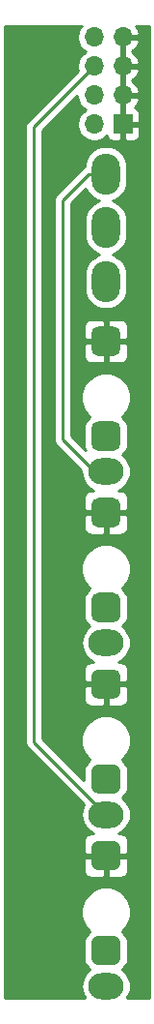
<source format=gbr>
%TF.GenerationSoftware,KiCad,Pcbnew,(5.1.12-1-10_14)*%
%TF.CreationDate,2021-12-28T18:28:33+00:00*%
%TF.ProjectId,pocket-operator-eurorack-connector-board,706f636b-6574-42d6-9f70-657261746f72,rev?*%
%TF.SameCoordinates,Original*%
%TF.FileFunction,Copper,L2,Bot*%
%TF.FilePolarity,Positive*%
%FSLAX46Y46*%
G04 Gerber Fmt 4.6, Leading zero omitted, Abs format (unit mm)*
G04 Created by KiCad (PCBNEW (5.1.12-1-10_14)) date 2021-12-28 18:28:33*
%MOMM*%
%LPD*%
G01*
G04 APERTURE LIST*
%TA.AperFunction,ComponentPad*%
%ADD10O,2.500000X3.600000*%
%TD*%
%TA.AperFunction,ComponentPad*%
%ADD11O,3.100000X2.300000*%
%TD*%
%TA.AperFunction,ComponentPad*%
%ADD12R,1.700000X1.700000*%
%TD*%
%TA.AperFunction,ComponentPad*%
%ADD13O,1.700000X1.700000*%
%TD*%
%TA.AperFunction,ViaPad*%
%ADD14C,0.800000*%
%TD*%
%TA.AperFunction,Conductor*%
%ADD15C,0.250000*%
%TD*%
%TA.AperFunction,Conductor*%
%ADD16C,0.254000*%
%TD*%
%TA.AperFunction,Conductor*%
%ADD17C,0.100000*%
%TD*%
G04 APERTURE END LIST*
D10*
%TO.P,SW1,3*%
%TO.N,Net-(SW1-Pad3)*%
X0Y-29338000D03*
%TO.P,SW1,2*%
%TO.N,/IN_L*%
X0Y-24638000D03*
%TO.P,SW1,1*%
%TO.N,Net-(J2-PadS)*%
X0Y-19938000D03*
%TD*%
%TO.P,J5,TN*%
%TO.N,Net-(J5-PadTN)*%
%TA.AperFunction,ComponentPad*%
G36*
G01*
X-1300000Y-88530000D02*
X-1300000Y-87230000D01*
G75*
G02*
X-650000Y-86580000I650000J0D01*
G01*
X650000Y-86580000D01*
G75*
G02*
X1300000Y-87230000I0J-650000D01*
G01*
X1300000Y-88530000D01*
G75*
G02*
X650000Y-89180000I-650000J0D01*
G01*
X-650000Y-89180000D01*
G75*
G02*
X-1300000Y-88530000I0J650000D01*
G01*
G37*
%TD.AperFunction*%
D11*
%TO.P,J5,S*%
%TO.N,/OUT_R*%
X0Y-90980000D03*
%TO.P,J5,T*%
%TO.N,GND*%
%TA.AperFunction,ComponentPad*%
G36*
G01*
X-1300000Y-80230000D02*
X-1300000Y-78930000D01*
G75*
G02*
X-650000Y-78280000I650000J0D01*
G01*
X650000Y-78280000D01*
G75*
G02*
X1300000Y-78930000I0J-650000D01*
G01*
X1300000Y-80230000D01*
G75*
G02*
X650000Y-80880000I-650000J0D01*
G01*
X-650000Y-80880000D01*
G75*
G02*
X-1300000Y-80230000I0J650000D01*
G01*
G37*
%TD.AperFunction*%
%TD*%
%TO.P,J4,TN*%
%TO.N,Net-(J4-PadTN)*%
%TA.AperFunction,ComponentPad*%
G36*
G01*
X-1300000Y-73530000D02*
X-1300000Y-72230000D01*
G75*
G02*
X-650000Y-71580000I650000J0D01*
G01*
X650000Y-71580000D01*
G75*
G02*
X1300000Y-72230000I0J-650000D01*
G01*
X1300000Y-73530000D01*
G75*
G02*
X650000Y-74180000I-650000J0D01*
G01*
X-650000Y-74180000D01*
G75*
G02*
X-1300000Y-73530000I0J650000D01*
G01*
G37*
%TD.AperFunction*%
%TO.P,J4,S*%
%TO.N,/OUT_L*%
X0Y-75980000D03*
%TO.P,J4,T*%
%TO.N,GND*%
%TA.AperFunction,ComponentPad*%
G36*
G01*
X-1300000Y-65230000D02*
X-1300000Y-63930000D01*
G75*
G02*
X-650000Y-63280000I650000J0D01*
G01*
X650000Y-63280000D01*
G75*
G02*
X1300000Y-63930000I0J-650000D01*
G01*
X1300000Y-65230000D01*
G75*
G02*
X650000Y-65880000I-650000J0D01*
G01*
X-650000Y-65880000D01*
G75*
G02*
X-1300000Y-65230000I0J650000D01*
G01*
G37*
%TD.AperFunction*%
%TD*%
%TO.P,J3,TN*%
%TO.N,Net-(J3-PadTN)*%
%TA.AperFunction,ComponentPad*%
G36*
G01*
X-1300000Y-58530000D02*
X-1300000Y-57230000D01*
G75*
G02*
X-650000Y-56580000I650000J0D01*
G01*
X650000Y-56580000D01*
G75*
G02*
X1300000Y-57230000I0J-650000D01*
G01*
X1300000Y-58530000D01*
G75*
G02*
X650000Y-59180000I-650000J0D01*
G01*
X-650000Y-59180000D01*
G75*
G02*
X-1300000Y-58530000I0J650000D01*
G01*
G37*
%TD.AperFunction*%
%TO.P,J3,S*%
%TO.N,/IN_R*%
X0Y-60980000D03*
%TO.P,J3,T*%
%TO.N,GND*%
%TA.AperFunction,ComponentPad*%
G36*
G01*
X-1300000Y-50230000D02*
X-1300000Y-48930000D01*
G75*
G02*
X-650000Y-48280000I650000J0D01*
G01*
X650000Y-48280000D01*
G75*
G02*
X1300000Y-48930000I0J-650000D01*
G01*
X1300000Y-50230000D01*
G75*
G02*
X650000Y-50880000I-650000J0D01*
G01*
X-650000Y-50880000D01*
G75*
G02*
X-1300000Y-50230000I0J650000D01*
G01*
G37*
%TD.AperFunction*%
%TD*%
D12*
%TO.P,J1,1*%
%TO.N,GND*%
X1510000Y-15600000D03*
D13*
%TO.P,J1,2*%
%TO.N,/IN_L*%
X-1030000Y-15600000D03*
%TO.P,J1,3*%
%TO.N,GND*%
X1510000Y-13060000D03*
%TO.P,J1,4*%
%TO.N,/IN_R*%
X-1030000Y-13060000D03*
%TO.P,J1,5*%
%TO.N,GND*%
X1510000Y-10520000D03*
%TO.P,J1,6*%
%TO.N,/OUT_L*%
X-1030000Y-10520000D03*
%TO.P,J1,7*%
%TO.N,GND*%
X1510000Y-7980000D03*
%TO.P,J1,8*%
%TO.N,/OUT_R*%
X-1030000Y-7980000D03*
%TD*%
%TO.P,J2,T*%
%TO.N,GND*%
%TA.AperFunction,ComponentPad*%
G36*
G01*
X-1300000Y-35230000D02*
X-1300000Y-33930000D01*
G75*
G02*
X-650000Y-33280000I650000J0D01*
G01*
X650000Y-33280000D01*
G75*
G02*
X1300000Y-33930000I0J-650000D01*
G01*
X1300000Y-35230000D01*
G75*
G02*
X650000Y-35880000I-650000J0D01*
G01*
X-650000Y-35880000D01*
G75*
G02*
X-1300000Y-35230000I0J650000D01*
G01*
G37*
%TD.AperFunction*%
D11*
%TO.P,J2,S*%
%TO.N,Net-(J2-PadS)*%
X0Y-45980000D03*
%TO.P,J2,TN*%
%TO.N,Net-(J2-PadTN)*%
%TA.AperFunction,ComponentPad*%
G36*
G01*
X-1300000Y-43530000D02*
X-1300000Y-42230000D01*
G75*
G02*
X-650000Y-41580000I650000J0D01*
G01*
X650000Y-41580000D01*
G75*
G02*
X1300000Y-42230000I0J-650000D01*
G01*
X1300000Y-43530000D01*
G75*
G02*
X650000Y-44180000I-650000J0D01*
G01*
X-650000Y-44180000D01*
G75*
G02*
X-1300000Y-43530000I0J650000D01*
G01*
G37*
%TD.AperFunction*%
%TD*%
D14*
%TO.N,GND*%
X-7620000Y-8890000D03*
X-5080000Y-8890000D03*
X-7620000Y-11430000D03*
X-2540000Y-27940000D03*
X-6350000Y-90170000D03*
X-5080000Y-82550000D03*
X-8255000Y-81280000D03*
X-8255000Y-76835000D03*
X-8255000Y-70485000D03*
X-8255000Y-65405000D03*
X-8255000Y-59690000D03*
X-8255000Y-54610000D03*
X-8255000Y-50165000D03*
X-8255000Y-44450000D03*
X-8255000Y-39370000D03*
X-8255000Y-32385000D03*
X-8255000Y-26670000D03*
X-8255000Y-21590000D03*
X-8255000Y-16510000D03*
%TD*%
D15*
%TO.N,/OUT_L*%
X-6350000Y-69630000D02*
X0Y-75980000D01*
X-6350000Y-15840000D02*
X-6350000Y-69630000D01*
X-1030000Y-10520000D02*
X-6350000Y-15840000D01*
%TO.N,Net-(J2-PadS)*%
X0Y-19938000D02*
X-1523000Y-19938000D01*
X-1523000Y-19938000D02*
X-3810000Y-22225000D01*
X-3810000Y-22225000D02*
X-3810000Y-43180000D01*
X-1010000Y-45980000D02*
X0Y-45980000D01*
X-3810000Y-43180000D02*
X-1010000Y-45980000D01*
%TD*%
D16*
%TO.N,GND*%
X-2183475Y-7033368D02*
X-2345990Y-7276589D01*
X-2457932Y-7546842D01*
X-2515000Y-7833740D01*
X-2515000Y-8126260D01*
X-2457932Y-8413158D01*
X-2345990Y-8683411D01*
X-2183475Y-8926632D01*
X-1976632Y-9133475D01*
X-1802240Y-9250000D01*
X-1976632Y-9366525D01*
X-2183475Y-9573368D01*
X-2345990Y-9816589D01*
X-2457932Y-10086842D01*
X-2515000Y-10373740D01*
X-2515000Y-10666260D01*
X-2471210Y-10886408D01*
X-6860997Y-15276196D01*
X-6890001Y-15299999D01*
X-6945129Y-15367174D01*
X-6984974Y-15415724D01*
X-7005294Y-15453740D01*
X-7055546Y-15547754D01*
X-7099003Y-15691015D01*
X-7110000Y-15802668D01*
X-7110000Y-15802678D01*
X-7113676Y-15840000D01*
X-7110000Y-15877322D01*
X-7109999Y-69592667D01*
X-7113676Y-69630000D01*
X-7099002Y-69778985D01*
X-7055546Y-69922246D01*
X-6984974Y-70054276D01*
X-6914816Y-70139763D01*
X-6890000Y-70170001D01*
X-6861002Y-70193799D01*
X-1954032Y-75100770D01*
X-2057104Y-75293605D01*
X-2159172Y-75630079D01*
X-2193636Y-75980000D01*
X-2159172Y-76329921D01*
X-2057104Y-76666395D01*
X-1891354Y-76976491D01*
X-1668292Y-77248292D01*
X-1396491Y-77471354D01*
X-1086395Y-77637104D01*
X-1068178Y-77642630D01*
X-1300000Y-77641928D01*
X-1424482Y-77654188D01*
X-1544180Y-77690498D01*
X-1654494Y-77749463D01*
X-1751185Y-77828815D01*
X-1830537Y-77925506D01*
X-1889502Y-78035820D01*
X-1925812Y-78155518D01*
X-1938072Y-78280000D01*
X-1935000Y-79294250D01*
X-1776250Y-79453000D01*
X-127000Y-79453000D01*
X-127000Y-79433000D01*
X127000Y-79433000D01*
X127000Y-79453000D01*
X1776250Y-79453000D01*
X1935000Y-79294250D01*
X1938072Y-78280000D01*
X1925812Y-78155518D01*
X1889502Y-78035820D01*
X1830537Y-77925506D01*
X1751185Y-77828815D01*
X1654494Y-77749463D01*
X1544180Y-77690498D01*
X1424482Y-77654188D01*
X1300000Y-77641928D01*
X1068178Y-77642630D01*
X1086395Y-77637104D01*
X1396491Y-77471354D01*
X1668292Y-77248292D01*
X1891354Y-76976491D01*
X2057104Y-76666395D01*
X2159172Y-76329921D01*
X2193636Y-75980000D01*
X2159172Y-75630079D01*
X2057104Y-75293605D01*
X1891354Y-74983509D01*
X1668292Y-74711708D01*
X1449500Y-74532149D01*
X1560804Y-74440804D01*
X1720993Y-74245614D01*
X1840023Y-74022924D01*
X1913322Y-73781290D01*
X1938072Y-73530000D01*
X1938072Y-72230000D01*
X1913322Y-71978710D01*
X1840023Y-71737076D01*
X1720993Y-71514386D01*
X1560804Y-71319196D01*
X1408003Y-71193795D01*
X1703649Y-70898149D01*
X1943680Y-70538918D01*
X2109015Y-70139763D01*
X2193303Y-69716021D01*
X2193303Y-69283979D01*
X2109015Y-68860237D01*
X1943680Y-68461082D01*
X1703649Y-68101851D01*
X1398149Y-67796351D01*
X1038918Y-67556320D01*
X639763Y-67390985D01*
X216021Y-67306697D01*
X-216021Y-67306697D01*
X-639763Y-67390985D01*
X-1038918Y-67556320D01*
X-1398149Y-67796351D01*
X-1703649Y-68101851D01*
X-1943680Y-68461082D01*
X-2109015Y-68860237D01*
X-2193303Y-69283979D01*
X-2193303Y-69716021D01*
X-2109015Y-70139763D01*
X-1943680Y-70538918D01*
X-1703649Y-70898149D01*
X-1408003Y-71193795D01*
X-1560804Y-71319196D01*
X-1720993Y-71514386D01*
X-1840023Y-71737076D01*
X-1913322Y-71978710D01*
X-1938072Y-72230000D01*
X-1938072Y-72967126D01*
X-5590000Y-69315199D01*
X-5590000Y-65880000D01*
X-1938072Y-65880000D01*
X-1925812Y-66004482D01*
X-1889502Y-66124180D01*
X-1830537Y-66234494D01*
X-1751185Y-66331185D01*
X-1654494Y-66410537D01*
X-1544180Y-66469502D01*
X-1424482Y-66505812D01*
X-1300000Y-66518072D01*
X-285750Y-66515000D01*
X-127000Y-66356250D01*
X-127000Y-64707000D01*
X127000Y-64707000D01*
X127000Y-66356250D01*
X285750Y-66515000D01*
X1300000Y-66518072D01*
X1424482Y-66505812D01*
X1544180Y-66469502D01*
X1654494Y-66410537D01*
X1751185Y-66331185D01*
X1830537Y-66234494D01*
X1889502Y-66124180D01*
X1925812Y-66004482D01*
X1938072Y-65880000D01*
X1935000Y-64865750D01*
X1776250Y-64707000D01*
X127000Y-64707000D01*
X-127000Y-64707000D01*
X-1776250Y-64707000D01*
X-1935000Y-64865750D01*
X-1938072Y-65880000D01*
X-5590000Y-65880000D01*
X-5590000Y-60980000D01*
X-2193636Y-60980000D01*
X-2159172Y-61329921D01*
X-2057104Y-61666395D01*
X-1891354Y-61976491D01*
X-1668292Y-62248292D01*
X-1396491Y-62471354D01*
X-1086395Y-62637104D01*
X-1068178Y-62642630D01*
X-1300000Y-62641928D01*
X-1424482Y-62654188D01*
X-1544180Y-62690498D01*
X-1654494Y-62749463D01*
X-1751185Y-62828815D01*
X-1830537Y-62925506D01*
X-1889502Y-63035820D01*
X-1925812Y-63155518D01*
X-1938072Y-63280000D01*
X-1935000Y-64294250D01*
X-1776250Y-64453000D01*
X-127000Y-64453000D01*
X-127000Y-64433000D01*
X127000Y-64433000D01*
X127000Y-64453000D01*
X1776250Y-64453000D01*
X1935000Y-64294250D01*
X1938072Y-63280000D01*
X1925812Y-63155518D01*
X1889502Y-63035820D01*
X1830537Y-62925506D01*
X1751185Y-62828815D01*
X1654494Y-62749463D01*
X1544180Y-62690498D01*
X1424482Y-62654188D01*
X1300000Y-62641928D01*
X1068178Y-62642630D01*
X1086395Y-62637104D01*
X1396491Y-62471354D01*
X1668292Y-62248292D01*
X1891354Y-61976491D01*
X2057104Y-61666395D01*
X2159172Y-61329921D01*
X2193636Y-60980000D01*
X2159172Y-60630079D01*
X2057104Y-60293605D01*
X1891354Y-59983509D01*
X1668292Y-59711708D01*
X1449500Y-59532149D01*
X1560804Y-59440804D01*
X1720993Y-59245614D01*
X1840023Y-59022924D01*
X1913322Y-58781290D01*
X1938072Y-58530000D01*
X1938072Y-57230000D01*
X1913322Y-56978710D01*
X1840023Y-56737076D01*
X1720993Y-56514386D01*
X1560804Y-56319196D01*
X1408003Y-56193795D01*
X1703649Y-55898149D01*
X1943680Y-55538918D01*
X2109015Y-55139763D01*
X2193303Y-54716021D01*
X2193303Y-54283979D01*
X2109015Y-53860237D01*
X1943680Y-53461082D01*
X1703649Y-53101851D01*
X1398149Y-52796351D01*
X1038918Y-52556320D01*
X639763Y-52390985D01*
X216021Y-52306697D01*
X-216021Y-52306697D01*
X-639763Y-52390985D01*
X-1038918Y-52556320D01*
X-1398149Y-52796351D01*
X-1703649Y-53101851D01*
X-1943680Y-53461082D01*
X-2109015Y-53860237D01*
X-2193303Y-54283979D01*
X-2193303Y-54716021D01*
X-2109015Y-55139763D01*
X-1943680Y-55538918D01*
X-1703649Y-55898149D01*
X-1408003Y-56193795D01*
X-1560804Y-56319196D01*
X-1720993Y-56514386D01*
X-1840023Y-56737076D01*
X-1913322Y-56978710D01*
X-1938072Y-57230000D01*
X-1938072Y-58530000D01*
X-1913322Y-58781290D01*
X-1840023Y-59022924D01*
X-1720993Y-59245614D01*
X-1560804Y-59440804D01*
X-1449500Y-59532149D01*
X-1668292Y-59711708D01*
X-1891354Y-59983509D01*
X-2057104Y-60293605D01*
X-2159172Y-60630079D01*
X-2193636Y-60980000D01*
X-5590000Y-60980000D01*
X-5590000Y-50880000D01*
X-1938072Y-50880000D01*
X-1925812Y-51004482D01*
X-1889502Y-51124180D01*
X-1830537Y-51234494D01*
X-1751185Y-51331185D01*
X-1654494Y-51410537D01*
X-1544180Y-51469502D01*
X-1424482Y-51505812D01*
X-1300000Y-51518072D01*
X-285750Y-51515000D01*
X-127000Y-51356250D01*
X-127000Y-49707000D01*
X127000Y-49707000D01*
X127000Y-51356250D01*
X285750Y-51515000D01*
X1300000Y-51518072D01*
X1424482Y-51505812D01*
X1544180Y-51469502D01*
X1654494Y-51410537D01*
X1751185Y-51331185D01*
X1830537Y-51234494D01*
X1889502Y-51124180D01*
X1925812Y-51004482D01*
X1938072Y-50880000D01*
X1935000Y-49865750D01*
X1776250Y-49707000D01*
X127000Y-49707000D01*
X-127000Y-49707000D01*
X-1776250Y-49707000D01*
X-1935000Y-49865750D01*
X-1938072Y-50880000D01*
X-5590000Y-50880000D01*
X-5590000Y-22225000D01*
X-4573676Y-22225000D01*
X-4570000Y-22262322D01*
X-4569999Y-43142667D01*
X-4573676Y-43180000D01*
X-4559002Y-43328985D01*
X-4515546Y-43472246D01*
X-4444974Y-43604276D01*
X-4373799Y-43691002D01*
X-4350000Y-43720001D01*
X-4321002Y-43743799D01*
X-2183878Y-45880924D01*
X-2193636Y-45980000D01*
X-2159172Y-46329921D01*
X-2057104Y-46666395D01*
X-1891354Y-46976491D01*
X-1668292Y-47248292D01*
X-1396491Y-47471354D01*
X-1086395Y-47637104D01*
X-1068178Y-47642630D01*
X-1300000Y-47641928D01*
X-1424482Y-47654188D01*
X-1544180Y-47690498D01*
X-1654494Y-47749463D01*
X-1751185Y-47828815D01*
X-1830537Y-47925506D01*
X-1889502Y-48035820D01*
X-1925812Y-48155518D01*
X-1938072Y-48280000D01*
X-1935000Y-49294250D01*
X-1776250Y-49453000D01*
X-127000Y-49453000D01*
X-127000Y-49433000D01*
X127000Y-49433000D01*
X127000Y-49453000D01*
X1776250Y-49453000D01*
X1935000Y-49294250D01*
X1938072Y-48280000D01*
X1925812Y-48155518D01*
X1889502Y-48035820D01*
X1830537Y-47925506D01*
X1751185Y-47828815D01*
X1654494Y-47749463D01*
X1544180Y-47690498D01*
X1424482Y-47654188D01*
X1300000Y-47641928D01*
X1068178Y-47642630D01*
X1086395Y-47637104D01*
X1396491Y-47471354D01*
X1668292Y-47248292D01*
X1891354Y-46976491D01*
X2057104Y-46666395D01*
X2159172Y-46329921D01*
X2193636Y-45980000D01*
X2159172Y-45630079D01*
X2057104Y-45293605D01*
X1891354Y-44983509D01*
X1668292Y-44711708D01*
X1449500Y-44532149D01*
X1560804Y-44440804D01*
X1720993Y-44245614D01*
X1840023Y-44022924D01*
X1913322Y-43781290D01*
X1938072Y-43530000D01*
X1938072Y-42230000D01*
X1913322Y-41978710D01*
X1840023Y-41737076D01*
X1720993Y-41514386D01*
X1560804Y-41319196D01*
X1408003Y-41193795D01*
X1703649Y-40898149D01*
X1943680Y-40538918D01*
X2109015Y-40139763D01*
X2193303Y-39716021D01*
X2193303Y-39283979D01*
X2109015Y-38860237D01*
X1943680Y-38461082D01*
X1703649Y-38101851D01*
X1398149Y-37796351D01*
X1038918Y-37556320D01*
X639763Y-37390985D01*
X216021Y-37306697D01*
X-216021Y-37306697D01*
X-639763Y-37390985D01*
X-1038918Y-37556320D01*
X-1398149Y-37796351D01*
X-1703649Y-38101851D01*
X-1943680Y-38461082D01*
X-2109015Y-38860237D01*
X-2193303Y-39283979D01*
X-2193303Y-39716021D01*
X-2109015Y-40139763D01*
X-1943680Y-40538918D01*
X-1703649Y-40898149D01*
X-1408003Y-41193795D01*
X-1560804Y-41319196D01*
X-1720993Y-41514386D01*
X-1840023Y-41737076D01*
X-1913322Y-41978710D01*
X-1938072Y-42230000D01*
X-1938072Y-43530000D01*
X-1913322Y-43781290D01*
X-1840023Y-44022924D01*
X-1780024Y-44135174D01*
X-3050000Y-42865199D01*
X-3050000Y-35880000D01*
X-1938072Y-35880000D01*
X-1925812Y-36004482D01*
X-1889502Y-36124180D01*
X-1830537Y-36234494D01*
X-1751185Y-36331185D01*
X-1654494Y-36410537D01*
X-1544180Y-36469502D01*
X-1424482Y-36505812D01*
X-1300000Y-36518072D01*
X-285750Y-36515000D01*
X-127000Y-36356250D01*
X-127000Y-34707000D01*
X127000Y-34707000D01*
X127000Y-36356250D01*
X285750Y-36515000D01*
X1300000Y-36518072D01*
X1424482Y-36505812D01*
X1544180Y-36469502D01*
X1654494Y-36410537D01*
X1751185Y-36331185D01*
X1830537Y-36234494D01*
X1889502Y-36124180D01*
X1925812Y-36004482D01*
X1938072Y-35880000D01*
X1935000Y-34865750D01*
X1776250Y-34707000D01*
X127000Y-34707000D01*
X-127000Y-34707000D01*
X-1776250Y-34707000D01*
X-1935000Y-34865750D01*
X-1938072Y-35880000D01*
X-3050000Y-35880000D01*
X-3050000Y-33280000D01*
X-1938072Y-33280000D01*
X-1935000Y-34294250D01*
X-1776250Y-34453000D01*
X-127000Y-34453000D01*
X-127000Y-32803750D01*
X127000Y-32803750D01*
X127000Y-34453000D01*
X1776250Y-34453000D01*
X1935000Y-34294250D01*
X1938072Y-33280000D01*
X1925812Y-33155518D01*
X1889502Y-33035820D01*
X1830537Y-32925506D01*
X1751185Y-32828815D01*
X1654494Y-32749463D01*
X1544180Y-32690498D01*
X1424482Y-32654188D01*
X1300000Y-32641928D01*
X285750Y-32645000D01*
X127000Y-32803750D01*
X-127000Y-32803750D01*
X-285750Y-32645000D01*
X-1300000Y-32641928D01*
X-1424482Y-32654188D01*
X-1544180Y-32690498D01*
X-1654494Y-32749463D01*
X-1751185Y-32828815D01*
X-1830537Y-32925506D01*
X-1889502Y-33035820D01*
X-1925812Y-33155518D01*
X-1938072Y-33280000D01*
X-3050000Y-33280000D01*
X-3050000Y-22539801D01*
X-1740571Y-21230374D01*
X-1574902Y-21540317D01*
X-1339344Y-21827345D01*
X-1052316Y-22062903D01*
X-724847Y-22237939D01*
X-559818Y-22288000D01*
X-724848Y-22338061D01*
X-1052317Y-22513097D01*
X-1339345Y-22748655D01*
X-1574903Y-23035683D01*
X-1749939Y-23363153D01*
X-1857725Y-23718477D01*
X-1885000Y-23995404D01*
X-1885000Y-25280597D01*
X-1857725Y-25557524D01*
X-1749939Y-25912848D01*
X-1574902Y-26240317D01*
X-1339344Y-26527345D01*
X-1052316Y-26762903D01*
X-724847Y-26937939D01*
X-559818Y-26988000D01*
X-724848Y-27038061D01*
X-1052317Y-27213097D01*
X-1339345Y-27448655D01*
X-1574903Y-27735683D01*
X-1749939Y-28063153D01*
X-1857725Y-28418477D01*
X-1885000Y-28695404D01*
X-1885000Y-29980597D01*
X-1857725Y-30257524D01*
X-1749939Y-30612848D01*
X-1574902Y-30940317D01*
X-1339344Y-31227345D01*
X-1052316Y-31462903D01*
X-724847Y-31637939D01*
X-369523Y-31745725D01*
X0Y-31782120D01*
X369524Y-31745725D01*
X724848Y-31637939D01*
X1052317Y-31462903D01*
X1339345Y-31227345D01*
X1574903Y-30940317D01*
X1749939Y-30612848D01*
X1857725Y-30257524D01*
X1885000Y-29980597D01*
X1885000Y-28695403D01*
X1857725Y-28418476D01*
X1749939Y-28063152D01*
X1574903Y-27735683D01*
X1339345Y-27448655D01*
X1052317Y-27213097D01*
X724847Y-27038061D01*
X559818Y-26988000D01*
X724848Y-26937939D01*
X1052317Y-26762903D01*
X1339345Y-26527345D01*
X1574903Y-26240317D01*
X1749939Y-25912848D01*
X1857725Y-25557524D01*
X1885000Y-25280597D01*
X1885000Y-23995403D01*
X1857725Y-23718476D01*
X1749939Y-23363152D01*
X1574903Y-23035683D01*
X1339345Y-22748655D01*
X1052317Y-22513097D01*
X724847Y-22338061D01*
X559818Y-22288000D01*
X724848Y-22237939D01*
X1052317Y-22062903D01*
X1339345Y-21827345D01*
X1574903Y-21540317D01*
X1749939Y-21212848D01*
X1857725Y-20857524D01*
X1885000Y-20580597D01*
X1885000Y-19295403D01*
X1857725Y-19018476D01*
X1749939Y-18663152D01*
X1574903Y-18335683D01*
X1339345Y-18048655D01*
X1052317Y-17813097D01*
X724847Y-17638061D01*
X369523Y-17530275D01*
X0Y-17493880D01*
X-369524Y-17530275D01*
X-724848Y-17638061D01*
X-1052317Y-17813097D01*
X-1339345Y-18048655D01*
X-1574903Y-18335683D01*
X-1749939Y-18663153D01*
X-1857725Y-19018477D01*
X-1882332Y-19268312D01*
X-1947276Y-19303026D01*
X-1947278Y-19303027D01*
X-1947277Y-19303027D01*
X-2034004Y-19374201D01*
X-2034008Y-19374205D01*
X-2063001Y-19397999D01*
X-2086795Y-19426992D01*
X-4320998Y-21661196D01*
X-4350001Y-21684999D01*
X-4405129Y-21752174D01*
X-4444974Y-21800724D01*
X-4459203Y-21827345D01*
X-4515546Y-21932754D01*
X-4559003Y-22076015D01*
X-4570000Y-22187668D01*
X-4570000Y-22187678D01*
X-4573676Y-22225000D01*
X-5590000Y-22225000D01*
X-5590000Y-16154801D01*
X-2515000Y-13079802D01*
X-2515000Y-13206260D01*
X-2457932Y-13493158D01*
X-2345990Y-13763411D01*
X-2183475Y-14006632D01*
X-1976632Y-14213475D01*
X-1802240Y-14330000D01*
X-1976632Y-14446525D01*
X-2183475Y-14653368D01*
X-2345990Y-14896589D01*
X-2457932Y-15166842D01*
X-2515000Y-15453740D01*
X-2515000Y-15746260D01*
X-2457932Y-16033158D01*
X-2345990Y-16303411D01*
X-2183475Y-16546632D01*
X-1976632Y-16753475D01*
X-1733411Y-16915990D01*
X-1463158Y-17027932D01*
X-1176260Y-17085000D01*
X-883740Y-17085000D01*
X-596842Y-17027932D01*
X-326589Y-16915990D01*
X-83368Y-16753475D01*
X48487Y-16621620D01*
X70498Y-16694180D01*
X129463Y-16804494D01*
X208815Y-16901185D01*
X305506Y-16980537D01*
X415820Y-17039502D01*
X535518Y-17075812D01*
X660000Y-17088072D01*
X1224250Y-17085000D01*
X1383000Y-16926250D01*
X1383000Y-15727000D01*
X1637000Y-15727000D01*
X1637000Y-16926250D01*
X1795750Y-17085000D01*
X2360000Y-17088072D01*
X2484482Y-17075812D01*
X2604180Y-17039502D01*
X2714494Y-16980537D01*
X2811185Y-16901185D01*
X2890537Y-16804494D01*
X2949502Y-16694180D01*
X2985812Y-16574482D01*
X2998072Y-16450000D01*
X2995000Y-15885750D01*
X2836250Y-15727000D01*
X1637000Y-15727000D01*
X1383000Y-15727000D01*
X1363000Y-15727000D01*
X1363000Y-15473000D01*
X1383000Y-15473000D01*
X1383000Y-13187000D01*
X1637000Y-13187000D01*
X1637000Y-15473000D01*
X2836250Y-15473000D01*
X2995000Y-15314250D01*
X2998072Y-14750000D01*
X2985812Y-14625518D01*
X2949502Y-14505820D01*
X2890537Y-14395506D01*
X2811185Y-14298815D01*
X2714494Y-14219463D01*
X2604180Y-14160498D01*
X2523534Y-14136034D01*
X2607588Y-14060269D01*
X2781641Y-13826920D01*
X2906825Y-13564099D01*
X2951476Y-13416890D01*
X2830155Y-13187000D01*
X1637000Y-13187000D01*
X1383000Y-13187000D01*
X1363000Y-13187000D01*
X1363000Y-12933000D01*
X1383000Y-12933000D01*
X1383000Y-10647000D01*
X1637000Y-10647000D01*
X1637000Y-12933000D01*
X2830155Y-12933000D01*
X2951476Y-12703110D01*
X2906825Y-12555901D01*
X2781641Y-12293080D01*
X2607588Y-12059731D01*
X2391355Y-11864822D01*
X2265745Y-11790000D01*
X2391355Y-11715178D01*
X2607588Y-11520269D01*
X2781641Y-11286920D01*
X2906825Y-11024099D01*
X2951476Y-10876890D01*
X2830155Y-10647000D01*
X1637000Y-10647000D01*
X1383000Y-10647000D01*
X1363000Y-10647000D01*
X1363000Y-10393000D01*
X1383000Y-10393000D01*
X1383000Y-8107000D01*
X1637000Y-8107000D01*
X1637000Y-10393000D01*
X2830155Y-10393000D01*
X2951476Y-10163110D01*
X2906825Y-10015901D01*
X2781641Y-9753080D01*
X2607588Y-9519731D01*
X2391355Y-9324822D01*
X2265745Y-9250000D01*
X2391355Y-9175178D01*
X2607588Y-8980269D01*
X2781641Y-8746920D01*
X2906825Y-8484099D01*
X2951476Y-8336890D01*
X2830155Y-8107000D01*
X1637000Y-8107000D01*
X1383000Y-8107000D01*
X1363000Y-8107000D01*
X1363000Y-7853000D01*
X1383000Y-7853000D01*
X1383000Y-7833000D01*
X1637000Y-7833000D01*
X1637000Y-7853000D01*
X2830155Y-7853000D01*
X2951476Y-7623110D01*
X2906825Y-7475901D01*
X2781641Y-7213080D01*
X2630165Y-7010000D01*
X3785000Y-7010000D01*
X3785001Y-92050000D01*
X1831027Y-92050000D01*
X1891354Y-91976491D01*
X2057104Y-91666395D01*
X2159172Y-91329921D01*
X2193636Y-90980000D01*
X2159172Y-90630079D01*
X2057104Y-90293605D01*
X1891354Y-89983509D01*
X1668292Y-89711708D01*
X1449500Y-89532149D01*
X1560804Y-89440804D01*
X1720993Y-89245614D01*
X1840023Y-89022924D01*
X1913322Y-88781290D01*
X1938072Y-88530000D01*
X1938072Y-87230000D01*
X1913322Y-86978710D01*
X1840023Y-86737076D01*
X1720993Y-86514386D01*
X1560804Y-86319196D01*
X1408003Y-86193795D01*
X1703649Y-85898149D01*
X1943680Y-85538918D01*
X2109015Y-85139763D01*
X2193303Y-84716021D01*
X2193303Y-84283979D01*
X2109015Y-83860237D01*
X1943680Y-83461082D01*
X1703649Y-83101851D01*
X1398149Y-82796351D01*
X1038918Y-82556320D01*
X639763Y-82390985D01*
X216021Y-82306697D01*
X-216021Y-82306697D01*
X-639763Y-82390985D01*
X-1038918Y-82556320D01*
X-1398149Y-82796351D01*
X-1703649Y-83101851D01*
X-1943680Y-83461082D01*
X-2109015Y-83860237D01*
X-2193303Y-84283979D01*
X-2193303Y-84716021D01*
X-2109015Y-85139763D01*
X-1943680Y-85538918D01*
X-1703649Y-85898149D01*
X-1408003Y-86193795D01*
X-1560804Y-86319196D01*
X-1720993Y-86514386D01*
X-1840023Y-86737076D01*
X-1913322Y-86978710D01*
X-1938072Y-87230000D01*
X-1938072Y-88530000D01*
X-1913322Y-88781290D01*
X-1840023Y-89022924D01*
X-1720993Y-89245614D01*
X-1560804Y-89440804D01*
X-1449500Y-89532149D01*
X-1668292Y-89711708D01*
X-1891354Y-89983509D01*
X-2057104Y-90293605D01*
X-2159172Y-90630079D01*
X-2193636Y-90980000D01*
X-2159172Y-91329921D01*
X-2057104Y-91666395D01*
X-1891354Y-91976491D01*
X-1831027Y-92050000D01*
X-8865000Y-92050000D01*
X-8865000Y-80880000D01*
X-1938072Y-80880000D01*
X-1925812Y-81004482D01*
X-1889502Y-81124180D01*
X-1830537Y-81234494D01*
X-1751185Y-81331185D01*
X-1654494Y-81410537D01*
X-1544180Y-81469502D01*
X-1424482Y-81505812D01*
X-1300000Y-81518072D01*
X-285750Y-81515000D01*
X-127000Y-81356250D01*
X-127000Y-79707000D01*
X127000Y-79707000D01*
X127000Y-81356250D01*
X285750Y-81515000D01*
X1300000Y-81518072D01*
X1424482Y-81505812D01*
X1544180Y-81469502D01*
X1654494Y-81410537D01*
X1751185Y-81331185D01*
X1830537Y-81234494D01*
X1889502Y-81124180D01*
X1925812Y-81004482D01*
X1938072Y-80880000D01*
X1935000Y-79865750D01*
X1776250Y-79707000D01*
X127000Y-79707000D01*
X-127000Y-79707000D01*
X-1776250Y-79707000D01*
X-1935000Y-79865750D01*
X-1938072Y-80880000D01*
X-8865000Y-80880000D01*
X-8865000Y-7010000D01*
X-2160107Y-7010000D01*
X-2183475Y-7033368D01*
%TA.AperFunction,Conductor*%
D17*
G36*
X-2183475Y-7033368D02*
G01*
X-2345990Y-7276589D01*
X-2457932Y-7546842D01*
X-2515000Y-7833740D01*
X-2515000Y-8126260D01*
X-2457932Y-8413158D01*
X-2345990Y-8683411D01*
X-2183475Y-8926632D01*
X-1976632Y-9133475D01*
X-1802240Y-9250000D01*
X-1976632Y-9366525D01*
X-2183475Y-9573368D01*
X-2345990Y-9816589D01*
X-2457932Y-10086842D01*
X-2515000Y-10373740D01*
X-2515000Y-10666260D01*
X-2471210Y-10886408D01*
X-6860997Y-15276196D01*
X-6890001Y-15299999D01*
X-6945129Y-15367174D01*
X-6984974Y-15415724D01*
X-7005294Y-15453740D01*
X-7055546Y-15547754D01*
X-7099003Y-15691015D01*
X-7110000Y-15802668D01*
X-7110000Y-15802678D01*
X-7113676Y-15840000D01*
X-7110000Y-15877322D01*
X-7109999Y-69592667D01*
X-7113676Y-69630000D01*
X-7099002Y-69778985D01*
X-7055546Y-69922246D01*
X-6984974Y-70054276D01*
X-6914816Y-70139763D01*
X-6890000Y-70170001D01*
X-6861002Y-70193799D01*
X-1954032Y-75100770D01*
X-2057104Y-75293605D01*
X-2159172Y-75630079D01*
X-2193636Y-75980000D01*
X-2159172Y-76329921D01*
X-2057104Y-76666395D01*
X-1891354Y-76976491D01*
X-1668292Y-77248292D01*
X-1396491Y-77471354D01*
X-1086395Y-77637104D01*
X-1068178Y-77642630D01*
X-1300000Y-77641928D01*
X-1424482Y-77654188D01*
X-1544180Y-77690498D01*
X-1654494Y-77749463D01*
X-1751185Y-77828815D01*
X-1830537Y-77925506D01*
X-1889502Y-78035820D01*
X-1925812Y-78155518D01*
X-1938072Y-78280000D01*
X-1935000Y-79294250D01*
X-1776250Y-79453000D01*
X-127000Y-79453000D01*
X-127000Y-79433000D01*
X127000Y-79433000D01*
X127000Y-79453000D01*
X1776250Y-79453000D01*
X1935000Y-79294250D01*
X1938072Y-78280000D01*
X1925812Y-78155518D01*
X1889502Y-78035820D01*
X1830537Y-77925506D01*
X1751185Y-77828815D01*
X1654494Y-77749463D01*
X1544180Y-77690498D01*
X1424482Y-77654188D01*
X1300000Y-77641928D01*
X1068178Y-77642630D01*
X1086395Y-77637104D01*
X1396491Y-77471354D01*
X1668292Y-77248292D01*
X1891354Y-76976491D01*
X2057104Y-76666395D01*
X2159172Y-76329921D01*
X2193636Y-75980000D01*
X2159172Y-75630079D01*
X2057104Y-75293605D01*
X1891354Y-74983509D01*
X1668292Y-74711708D01*
X1449500Y-74532149D01*
X1560804Y-74440804D01*
X1720993Y-74245614D01*
X1840023Y-74022924D01*
X1913322Y-73781290D01*
X1938072Y-73530000D01*
X1938072Y-72230000D01*
X1913322Y-71978710D01*
X1840023Y-71737076D01*
X1720993Y-71514386D01*
X1560804Y-71319196D01*
X1408003Y-71193795D01*
X1703649Y-70898149D01*
X1943680Y-70538918D01*
X2109015Y-70139763D01*
X2193303Y-69716021D01*
X2193303Y-69283979D01*
X2109015Y-68860237D01*
X1943680Y-68461082D01*
X1703649Y-68101851D01*
X1398149Y-67796351D01*
X1038918Y-67556320D01*
X639763Y-67390985D01*
X216021Y-67306697D01*
X-216021Y-67306697D01*
X-639763Y-67390985D01*
X-1038918Y-67556320D01*
X-1398149Y-67796351D01*
X-1703649Y-68101851D01*
X-1943680Y-68461082D01*
X-2109015Y-68860237D01*
X-2193303Y-69283979D01*
X-2193303Y-69716021D01*
X-2109015Y-70139763D01*
X-1943680Y-70538918D01*
X-1703649Y-70898149D01*
X-1408003Y-71193795D01*
X-1560804Y-71319196D01*
X-1720993Y-71514386D01*
X-1840023Y-71737076D01*
X-1913322Y-71978710D01*
X-1938072Y-72230000D01*
X-1938072Y-72967126D01*
X-5590000Y-69315199D01*
X-5590000Y-65880000D01*
X-1938072Y-65880000D01*
X-1925812Y-66004482D01*
X-1889502Y-66124180D01*
X-1830537Y-66234494D01*
X-1751185Y-66331185D01*
X-1654494Y-66410537D01*
X-1544180Y-66469502D01*
X-1424482Y-66505812D01*
X-1300000Y-66518072D01*
X-285750Y-66515000D01*
X-127000Y-66356250D01*
X-127000Y-64707000D01*
X127000Y-64707000D01*
X127000Y-66356250D01*
X285750Y-66515000D01*
X1300000Y-66518072D01*
X1424482Y-66505812D01*
X1544180Y-66469502D01*
X1654494Y-66410537D01*
X1751185Y-66331185D01*
X1830537Y-66234494D01*
X1889502Y-66124180D01*
X1925812Y-66004482D01*
X1938072Y-65880000D01*
X1935000Y-64865750D01*
X1776250Y-64707000D01*
X127000Y-64707000D01*
X-127000Y-64707000D01*
X-1776250Y-64707000D01*
X-1935000Y-64865750D01*
X-1938072Y-65880000D01*
X-5590000Y-65880000D01*
X-5590000Y-60980000D01*
X-2193636Y-60980000D01*
X-2159172Y-61329921D01*
X-2057104Y-61666395D01*
X-1891354Y-61976491D01*
X-1668292Y-62248292D01*
X-1396491Y-62471354D01*
X-1086395Y-62637104D01*
X-1068178Y-62642630D01*
X-1300000Y-62641928D01*
X-1424482Y-62654188D01*
X-1544180Y-62690498D01*
X-1654494Y-62749463D01*
X-1751185Y-62828815D01*
X-1830537Y-62925506D01*
X-1889502Y-63035820D01*
X-1925812Y-63155518D01*
X-1938072Y-63280000D01*
X-1935000Y-64294250D01*
X-1776250Y-64453000D01*
X-127000Y-64453000D01*
X-127000Y-64433000D01*
X127000Y-64433000D01*
X127000Y-64453000D01*
X1776250Y-64453000D01*
X1935000Y-64294250D01*
X1938072Y-63280000D01*
X1925812Y-63155518D01*
X1889502Y-63035820D01*
X1830537Y-62925506D01*
X1751185Y-62828815D01*
X1654494Y-62749463D01*
X1544180Y-62690498D01*
X1424482Y-62654188D01*
X1300000Y-62641928D01*
X1068178Y-62642630D01*
X1086395Y-62637104D01*
X1396491Y-62471354D01*
X1668292Y-62248292D01*
X1891354Y-61976491D01*
X2057104Y-61666395D01*
X2159172Y-61329921D01*
X2193636Y-60980000D01*
X2159172Y-60630079D01*
X2057104Y-60293605D01*
X1891354Y-59983509D01*
X1668292Y-59711708D01*
X1449500Y-59532149D01*
X1560804Y-59440804D01*
X1720993Y-59245614D01*
X1840023Y-59022924D01*
X1913322Y-58781290D01*
X1938072Y-58530000D01*
X1938072Y-57230000D01*
X1913322Y-56978710D01*
X1840023Y-56737076D01*
X1720993Y-56514386D01*
X1560804Y-56319196D01*
X1408003Y-56193795D01*
X1703649Y-55898149D01*
X1943680Y-55538918D01*
X2109015Y-55139763D01*
X2193303Y-54716021D01*
X2193303Y-54283979D01*
X2109015Y-53860237D01*
X1943680Y-53461082D01*
X1703649Y-53101851D01*
X1398149Y-52796351D01*
X1038918Y-52556320D01*
X639763Y-52390985D01*
X216021Y-52306697D01*
X-216021Y-52306697D01*
X-639763Y-52390985D01*
X-1038918Y-52556320D01*
X-1398149Y-52796351D01*
X-1703649Y-53101851D01*
X-1943680Y-53461082D01*
X-2109015Y-53860237D01*
X-2193303Y-54283979D01*
X-2193303Y-54716021D01*
X-2109015Y-55139763D01*
X-1943680Y-55538918D01*
X-1703649Y-55898149D01*
X-1408003Y-56193795D01*
X-1560804Y-56319196D01*
X-1720993Y-56514386D01*
X-1840023Y-56737076D01*
X-1913322Y-56978710D01*
X-1938072Y-57230000D01*
X-1938072Y-58530000D01*
X-1913322Y-58781290D01*
X-1840023Y-59022924D01*
X-1720993Y-59245614D01*
X-1560804Y-59440804D01*
X-1449500Y-59532149D01*
X-1668292Y-59711708D01*
X-1891354Y-59983509D01*
X-2057104Y-60293605D01*
X-2159172Y-60630079D01*
X-2193636Y-60980000D01*
X-5590000Y-60980000D01*
X-5590000Y-50880000D01*
X-1938072Y-50880000D01*
X-1925812Y-51004482D01*
X-1889502Y-51124180D01*
X-1830537Y-51234494D01*
X-1751185Y-51331185D01*
X-1654494Y-51410537D01*
X-1544180Y-51469502D01*
X-1424482Y-51505812D01*
X-1300000Y-51518072D01*
X-285750Y-51515000D01*
X-127000Y-51356250D01*
X-127000Y-49707000D01*
X127000Y-49707000D01*
X127000Y-51356250D01*
X285750Y-51515000D01*
X1300000Y-51518072D01*
X1424482Y-51505812D01*
X1544180Y-51469502D01*
X1654494Y-51410537D01*
X1751185Y-51331185D01*
X1830537Y-51234494D01*
X1889502Y-51124180D01*
X1925812Y-51004482D01*
X1938072Y-50880000D01*
X1935000Y-49865750D01*
X1776250Y-49707000D01*
X127000Y-49707000D01*
X-127000Y-49707000D01*
X-1776250Y-49707000D01*
X-1935000Y-49865750D01*
X-1938072Y-50880000D01*
X-5590000Y-50880000D01*
X-5590000Y-22225000D01*
X-4573676Y-22225000D01*
X-4570000Y-22262322D01*
X-4569999Y-43142667D01*
X-4573676Y-43180000D01*
X-4559002Y-43328985D01*
X-4515546Y-43472246D01*
X-4444974Y-43604276D01*
X-4373799Y-43691002D01*
X-4350000Y-43720001D01*
X-4321002Y-43743799D01*
X-2183878Y-45880924D01*
X-2193636Y-45980000D01*
X-2159172Y-46329921D01*
X-2057104Y-46666395D01*
X-1891354Y-46976491D01*
X-1668292Y-47248292D01*
X-1396491Y-47471354D01*
X-1086395Y-47637104D01*
X-1068178Y-47642630D01*
X-1300000Y-47641928D01*
X-1424482Y-47654188D01*
X-1544180Y-47690498D01*
X-1654494Y-47749463D01*
X-1751185Y-47828815D01*
X-1830537Y-47925506D01*
X-1889502Y-48035820D01*
X-1925812Y-48155518D01*
X-1938072Y-48280000D01*
X-1935000Y-49294250D01*
X-1776250Y-49453000D01*
X-127000Y-49453000D01*
X-127000Y-49433000D01*
X127000Y-49433000D01*
X127000Y-49453000D01*
X1776250Y-49453000D01*
X1935000Y-49294250D01*
X1938072Y-48280000D01*
X1925812Y-48155518D01*
X1889502Y-48035820D01*
X1830537Y-47925506D01*
X1751185Y-47828815D01*
X1654494Y-47749463D01*
X1544180Y-47690498D01*
X1424482Y-47654188D01*
X1300000Y-47641928D01*
X1068178Y-47642630D01*
X1086395Y-47637104D01*
X1396491Y-47471354D01*
X1668292Y-47248292D01*
X1891354Y-46976491D01*
X2057104Y-46666395D01*
X2159172Y-46329921D01*
X2193636Y-45980000D01*
X2159172Y-45630079D01*
X2057104Y-45293605D01*
X1891354Y-44983509D01*
X1668292Y-44711708D01*
X1449500Y-44532149D01*
X1560804Y-44440804D01*
X1720993Y-44245614D01*
X1840023Y-44022924D01*
X1913322Y-43781290D01*
X1938072Y-43530000D01*
X1938072Y-42230000D01*
X1913322Y-41978710D01*
X1840023Y-41737076D01*
X1720993Y-41514386D01*
X1560804Y-41319196D01*
X1408003Y-41193795D01*
X1703649Y-40898149D01*
X1943680Y-40538918D01*
X2109015Y-40139763D01*
X2193303Y-39716021D01*
X2193303Y-39283979D01*
X2109015Y-38860237D01*
X1943680Y-38461082D01*
X1703649Y-38101851D01*
X1398149Y-37796351D01*
X1038918Y-37556320D01*
X639763Y-37390985D01*
X216021Y-37306697D01*
X-216021Y-37306697D01*
X-639763Y-37390985D01*
X-1038918Y-37556320D01*
X-1398149Y-37796351D01*
X-1703649Y-38101851D01*
X-1943680Y-38461082D01*
X-2109015Y-38860237D01*
X-2193303Y-39283979D01*
X-2193303Y-39716021D01*
X-2109015Y-40139763D01*
X-1943680Y-40538918D01*
X-1703649Y-40898149D01*
X-1408003Y-41193795D01*
X-1560804Y-41319196D01*
X-1720993Y-41514386D01*
X-1840023Y-41737076D01*
X-1913322Y-41978710D01*
X-1938072Y-42230000D01*
X-1938072Y-43530000D01*
X-1913322Y-43781290D01*
X-1840023Y-44022924D01*
X-1780024Y-44135174D01*
X-3050000Y-42865199D01*
X-3050000Y-35880000D01*
X-1938072Y-35880000D01*
X-1925812Y-36004482D01*
X-1889502Y-36124180D01*
X-1830537Y-36234494D01*
X-1751185Y-36331185D01*
X-1654494Y-36410537D01*
X-1544180Y-36469502D01*
X-1424482Y-36505812D01*
X-1300000Y-36518072D01*
X-285750Y-36515000D01*
X-127000Y-36356250D01*
X-127000Y-34707000D01*
X127000Y-34707000D01*
X127000Y-36356250D01*
X285750Y-36515000D01*
X1300000Y-36518072D01*
X1424482Y-36505812D01*
X1544180Y-36469502D01*
X1654494Y-36410537D01*
X1751185Y-36331185D01*
X1830537Y-36234494D01*
X1889502Y-36124180D01*
X1925812Y-36004482D01*
X1938072Y-35880000D01*
X1935000Y-34865750D01*
X1776250Y-34707000D01*
X127000Y-34707000D01*
X-127000Y-34707000D01*
X-1776250Y-34707000D01*
X-1935000Y-34865750D01*
X-1938072Y-35880000D01*
X-3050000Y-35880000D01*
X-3050000Y-33280000D01*
X-1938072Y-33280000D01*
X-1935000Y-34294250D01*
X-1776250Y-34453000D01*
X-127000Y-34453000D01*
X-127000Y-32803750D01*
X127000Y-32803750D01*
X127000Y-34453000D01*
X1776250Y-34453000D01*
X1935000Y-34294250D01*
X1938072Y-33280000D01*
X1925812Y-33155518D01*
X1889502Y-33035820D01*
X1830537Y-32925506D01*
X1751185Y-32828815D01*
X1654494Y-32749463D01*
X1544180Y-32690498D01*
X1424482Y-32654188D01*
X1300000Y-32641928D01*
X285750Y-32645000D01*
X127000Y-32803750D01*
X-127000Y-32803750D01*
X-285750Y-32645000D01*
X-1300000Y-32641928D01*
X-1424482Y-32654188D01*
X-1544180Y-32690498D01*
X-1654494Y-32749463D01*
X-1751185Y-32828815D01*
X-1830537Y-32925506D01*
X-1889502Y-33035820D01*
X-1925812Y-33155518D01*
X-1938072Y-33280000D01*
X-3050000Y-33280000D01*
X-3050000Y-22539801D01*
X-1740571Y-21230374D01*
X-1574902Y-21540317D01*
X-1339344Y-21827345D01*
X-1052316Y-22062903D01*
X-724847Y-22237939D01*
X-559818Y-22288000D01*
X-724848Y-22338061D01*
X-1052317Y-22513097D01*
X-1339345Y-22748655D01*
X-1574903Y-23035683D01*
X-1749939Y-23363153D01*
X-1857725Y-23718477D01*
X-1885000Y-23995404D01*
X-1885000Y-25280597D01*
X-1857725Y-25557524D01*
X-1749939Y-25912848D01*
X-1574902Y-26240317D01*
X-1339344Y-26527345D01*
X-1052316Y-26762903D01*
X-724847Y-26937939D01*
X-559818Y-26988000D01*
X-724848Y-27038061D01*
X-1052317Y-27213097D01*
X-1339345Y-27448655D01*
X-1574903Y-27735683D01*
X-1749939Y-28063153D01*
X-1857725Y-28418477D01*
X-1885000Y-28695404D01*
X-1885000Y-29980597D01*
X-1857725Y-30257524D01*
X-1749939Y-30612848D01*
X-1574902Y-30940317D01*
X-1339344Y-31227345D01*
X-1052316Y-31462903D01*
X-724847Y-31637939D01*
X-369523Y-31745725D01*
X0Y-31782120D01*
X369524Y-31745725D01*
X724848Y-31637939D01*
X1052317Y-31462903D01*
X1339345Y-31227345D01*
X1574903Y-30940317D01*
X1749939Y-30612848D01*
X1857725Y-30257524D01*
X1885000Y-29980597D01*
X1885000Y-28695403D01*
X1857725Y-28418476D01*
X1749939Y-28063152D01*
X1574903Y-27735683D01*
X1339345Y-27448655D01*
X1052317Y-27213097D01*
X724847Y-27038061D01*
X559818Y-26988000D01*
X724848Y-26937939D01*
X1052317Y-26762903D01*
X1339345Y-26527345D01*
X1574903Y-26240317D01*
X1749939Y-25912848D01*
X1857725Y-25557524D01*
X1885000Y-25280597D01*
X1885000Y-23995403D01*
X1857725Y-23718476D01*
X1749939Y-23363152D01*
X1574903Y-23035683D01*
X1339345Y-22748655D01*
X1052317Y-22513097D01*
X724847Y-22338061D01*
X559818Y-22288000D01*
X724848Y-22237939D01*
X1052317Y-22062903D01*
X1339345Y-21827345D01*
X1574903Y-21540317D01*
X1749939Y-21212848D01*
X1857725Y-20857524D01*
X1885000Y-20580597D01*
X1885000Y-19295403D01*
X1857725Y-19018476D01*
X1749939Y-18663152D01*
X1574903Y-18335683D01*
X1339345Y-18048655D01*
X1052317Y-17813097D01*
X724847Y-17638061D01*
X369523Y-17530275D01*
X0Y-17493880D01*
X-369524Y-17530275D01*
X-724848Y-17638061D01*
X-1052317Y-17813097D01*
X-1339345Y-18048655D01*
X-1574903Y-18335683D01*
X-1749939Y-18663153D01*
X-1857725Y-19018477D01*
X-1882332Y-19268312D01*
X-1947276Y-19303026D01*
X-1947278Y-19303027D01*
X-1947277Y-19303027D01*
X-2034004Y-19374201D01*
X-2034008Y-19374205D01*
X-2063001Y-19397999D01*
X-2086795Y-19426992D01*
X-4320998Y-21661196D01*
X-4350001Y-21684999D01*
X-4405129Y-21752174D01*
X-4444974Y-21800724D01*
X-4459203Y-21827345D01*
X-4515546Y-21932754D01*
X-4559003Y-22076015D01*
X-4570000Y-22187668D01*
X-4570000Y-22187678D01*
X-4573676Y-22225000D01*
X-5590000Y-22225000D01*
X-5590000Y-16154801D01*
X-2515000Y-13079802D01*
X-2515000Y-13206260D01*
X-2457932Y-13493158D01*
X-2345990Y-13763411D01*
X-2183475Y-14006632D01*
X-1976632Y-14213475D01*
X-1802240Y-14330000D01*
X-1976632Y-14446525D01*
X-2183475Y-14653368D01*
X-2345990Y-14896589D01*
X-2457932Y-15166842D01*
X-2515000Y-15453740D01*
X-2515000Y-15746260D01*
X-2457932Y-16033158D01*
X-2345990Y-16303411D01*
X-2183475Y-16546632D01*
X-1976632Y-16753475D01*
X-1733411Y-16915990D01*
X-1463158Y-17027932D01*
X-1176260Y-17085000D01*
X-883740Y-17085000D01*
X-596842Y-17027932D01*
X-326589Y-16915990D01*
X-83368Y-16753475D01*
X48487Y-16621620D01*
X70498Y-16694180D01*
X129463Y-16804494D01*
X208815Y-16901185D01*
X305506Y-16980537D01*
X415820Y-17039502D01*
X535518Y-17075812D01*
X660000Y-17088072D01*
X1224250Y-17085000D01*
X1383000Y-16926250D01*
X1383000Y-15727000D01*
X1637000Y-15727000D01*
X1637000Y-16926250D01*
X1795750Y-17085000D01*
X2360000Y-17088072D01*
X2484482Y-17075812D01*
X2604180Y-17039502D01*
X2714494Y-16980537D01*
X2811185Y-16901185D01*
X2890537Y-16804494D01*
X2949502Y-16694180D01*
X2985812Y-16574482D01*
X2998072Y-16450000D01*
X2995000Y-15885750D01*
X2836250Y-15727000D01*
X1637000Y-15727000D01*
X1383000Y-15727000D01*
X1363000Y-15727000D01*
X1363000Y-15473000D01*
X1383000Y-15473000D01*
X1383000Y-13187000D01*
X1637000Y-13187000D01*
X1637000Y-15473000D01*
X2836250Y-15473000D01*
X2995000Y-15314250D01*
X2998072Y-14750000D01*
X2985812Y-14625518D01*
X2949502Y-14505820D01*
X2890537Y-14395506D01*
X2811185Y-14298815D01*
X2714494Y-14219463D01*
X2604180Y-14160498D01*
X2523534Y-14136034D01*
X2607588Y-14060269D01*
X2781641Y-13826920D01*
X2906825Y-13564099D01*
X2951476Y-13416890D01*
X2830155Y-13187000D01*
X1637000Y-13187000D01*
X1383000Y-13187000D01*
X1363000Y-13187000D01*
X1363000Y-12933000D01*
X1383000Y-12933000D01*
X1383000Y-10647000D01*
X1637000Y-10647000D01*
X1637000Y-12933000D01*
X2830155Y-12933000D01*
X2951476Y-12703110D01*
X2906825Y-12555901D01*
X2781641Y-12293080D01*
X2607588Y-12059731D01*
X2391355Y-11864822D01*
X2265745Y-11790000D01*
X2391355Y-11715178D01*
X2607588Y-11520269D01*
X2781641Y-11286920D01*
X2906825Y-11024099D01*
X2951476Y-10876890D01*
X2830155Y-10647000D01*
X1637000Y-10647000D01*
X1383000Y-10647000D01*
X1363000Y-10647000D01*
X1363000Y-10393000D01*
X1383000Y-10393000D01*
X1383000Y-8107000D01*
X1637000Y-8107000D01*
X1637000Y-10393000D01*
X2830155Y-10393000D01*
X2951476Y-10163110D01*
X2906825Y-10015901D01*
X2781641Y-9753080D01*
X2607588Y-9519731D01*
X2391355Y-9324822D01*
X2265745Y-9250000D01*
X2391355Y-9175178D01*
X2607588Y-8980269D01*
X2781641Y-8746920D01*
X2906825Y-8484099D01*
X2951476Y-8336890D01*
X2830155Y-8107000D01*
X1637000Y-8107000D01*
X1383000Y-8107000D01*
X1363000Y-8107000D01*
X1363000Y-7853000D01*
X1383000Y-7853000D01*
X1383000Y-7833000D01*
X1637000Y-7833000D01*
X1637000Y-7853000D01*
X2830155Y-7853000D01*
X2951476Y-7623110D01*
X2906825Y-7475901D01*
X2781641Y-7213080D01*
X2630165Y-7010000D01*
X3785000Y-7010000D01*
X3785001Y-92050000D01*
X1831027Y-92050000D01*
X1891354Y-91976491D01*
X2057104Y-91666395D01*
X2159172Y-91329921D01*
X2193636Y-90980000D01*
X2159172Y-90630079D01*
X2057104Y-90293605D01*
X1891354Y-89983509D01*
X1668292Y-89711708D01*
X1449500Y-89532149D01*
X1560804Y-89440804D01*
X1720993Y-89245614D01*
X1840023Y-89022924D01*
X1913322Y-88781290D01*
X1938072Y-88530000D01*
X1938072Y-87230000D01*
X1913322Y-86978710D01*
X1840023Y-86737076D01*
X1720993Y-86514386D01*
X1560804Y-86319196D01*
X1408003Y-86193795D01*
X1703649Y-85898149D01*
X1943680Y-85538918D01*
X2109015Y-85139763D01*
X2193303Y-84716021D01*
X2193303Y-84283979D01*
X2109015Y-83860237D01*
X1943680Y-83461082D01*
X1703649Y-83101851D01*
X1398149Y-82796351D01*
X1038918Y-82556320D01*
X639763Y-82390985D01*
X216021Y-82306697D01*
X-216021Y-82306697D01*
X-639763Y-82390985D01*
X-1038918Y-82556320D01*
X-1398149Y-82796351D01*
X-1703649Y-83101851D01*
X-1943680Y-83461082D01*
X-2109015Y-83860237D01*
X-2193303Y-84283979D01*
X-2193303Y-84716021D01*
X-2109015Y-85139763D01*
X-1943680Y-85538918D01*
X-1703649Y-85898149D01*
X-1408003Y-86193795D01*
X-1560804Y-86319196D01*
X-1720993Y-86514386D01*
X-1840023Y-86737076D01*
X-1913322Y-86978710D01*
X-1938072Y-87230000D01*
X-1938072Y-88530000D01*
X-1913322Y-88781290D01*
X-1840023Y-89022924D01*
X-1720993Y-89245614D01*
X-1560804Y-89440804D01*
X-1449500Y-89532149D01*
X-1668292Y-89711708D01*
X-1891354Y-89983509D01*
X-2057104Y-90293605D01*
X-2159172Y-90630079D01*
X-2193636Y-90980000D01*
X-2159172Y-91329921D01*
X-2057104Y-91666395D01*
X-1891354Y-91976491D01*
X-1831027Y-92050000D01*
X-8865000Y-92050000D01*
X-8865000Y-80880000D01*
X-1938072Y-80880000D01*
X-1925812Y-81004482D01*
X-1889502Y-81124180D01*
X-1830537Y-81234494D01*
X-1751185Y-81331185D01*
X-1654494Y-81410537D01*
X-1544180Y-81469502D01*
X-1424482Y-81505812D01*
X-1300000Y-81518072D01*
X-285750Y-81515000D01*
X-127000Y-81356250D01*
X-127000Y-79707000D01*
X127000Y-79707000D01*
X127000Y-81356250D01*
X285750Y-81515000D01*
X1300000Y-81518072D01*
X1424482Y-81505812D01*
X1544180Y-81469502D01*
X1654494Y-81410537D01*
X1751185Y-81331185D01*
X1830537Y-81234494D01*
X1889502Y-81124180D01*
X1925812Y-81004482D01*
X1938072Y-80880000D01*
X1935000Y-79865750D01*
X1776250Y-79707000D01*
X127000Y-79707000D01*
X-127000Y-79707000D01*
X-1776250Y-79707000D01*
X-1935000Y-79865750D01*
X-1938072Y-80880000D01*
X-8865000Y-80880000D01*
X-8865000Y-7010000D01*
X-2160107Y-7010000D01*
X-2183475Y-7033368D01*
G37*
%TD.AperFunction*%
%TD*%
M02*

</source>
